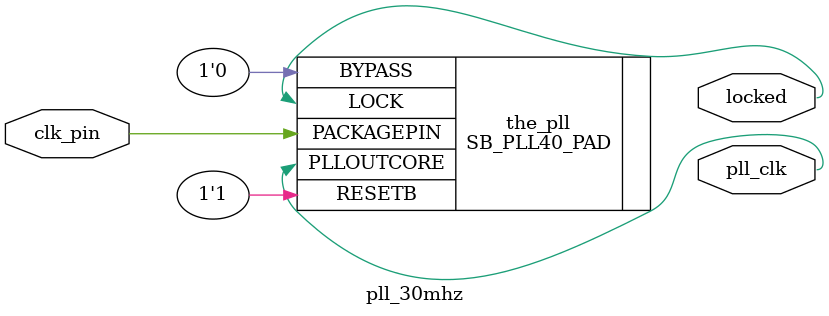
<source format=sv>
module pll_30mhz (
        input clk_pin,
        output locked,
        output pll_clk);

    /**
     * PLL configuration
     *
     * This Verilog header file was generated automatically
     * using the icepll tool from the IceStorm project.
     * It is intended for use with FPGA primitives SB_PLL40_CORE,
     * SB_PLL40_PAD, SB_PLL40_2_PAD, SB_PLL40_2F_CORE or SB_PLL40_2F_PAD.
     * Use at your own risk.
     *
     * Given input frequency:        12.000 MHz
     * Requested output frequency:   30.000 MHz
     * Achieved output frequency:    30.000 MHz
     */

    SB_PLL40_PAD #(
        .FEEDBACK_PATH("SIMPLE"),
        .DIVR(4'b0000),         // DIVR =  0
        .DIVF(7'b1001111),      // DIVF = 79
        .DIVQ(3'b101),          // DIVQ =  5
        .FILTER_RANGE(3'b001)   // FILTER_RANGE = 1
    ) the_pll (
        .PACKAGEPIN(clk_pin),
        .PLLOUTCORE(pll_clk),
        .LOCK(locked),
        .RESETB(1'b1),
        .BYPASS(1'b0)
    );

endmodule // pll30mhz

</source>
